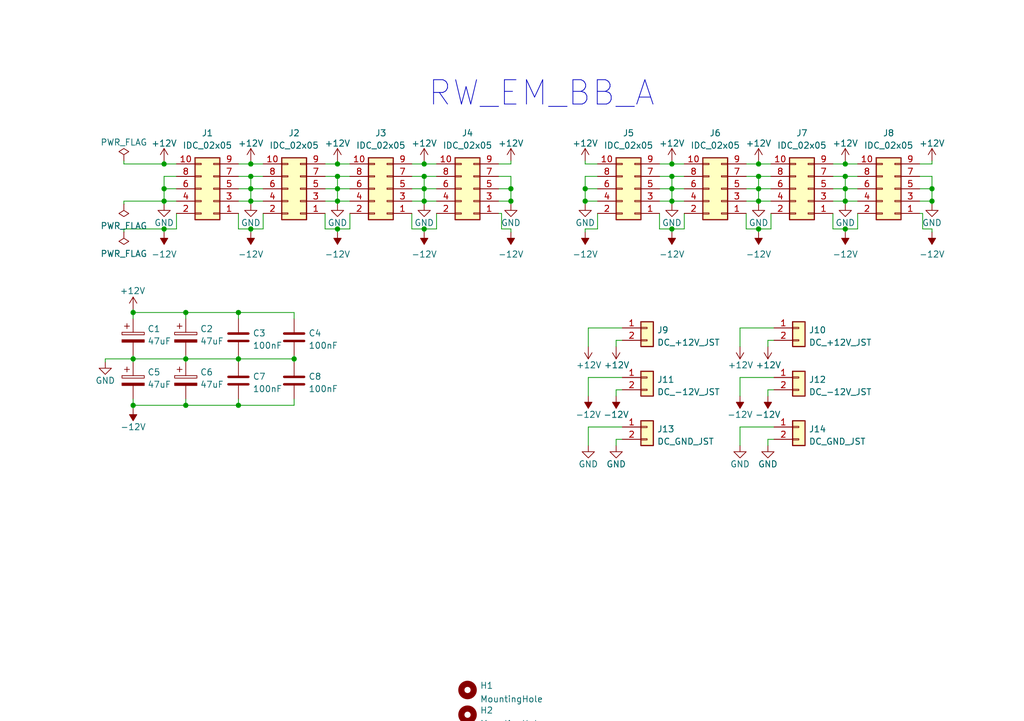
<source format=kicad_sch>
(kicad_sch (version 20211123) (generator eeschema)
  (paper "A5")
  (title_block (title "RW_EM_BB_A") (date "2022-10-24") (rev "REV 2022-10-24") (comment 1 "Licensed under CERN-OHL-S v2+") (comment 2 "https://github.com/sunfl0w/RW_EM"))
  (lib_symbols
    (symbol "Connector_Generic:Conn_01x02" (pin_names (offset 1.016) hide)
      (property "Reference" "J" (at 0 2.54 0))
      (property "Value" "Conn_01x02" (at 0 -5.08 0))
      (symbol "Conn_01x02_1_1"
        (rectangle (start -1.27 -2.413) (end 0 -2.667) (stroke (width 0.1524)))
        (rectangle (start -1.27 0.127) (end 0 -0.127) (stroke (width 0.1524)))
        (rectangle (start -1.27 1.27) (end 1.27 -3.81) (stroke (width 0.254)) (fill (type background)))
        (pin passive line (at -5.08 0 0) (length 3.81) (name "Pin_1") (number "1"))
        (pin passive line (at -5.08 -2.54 0) (length 3.81) (name "Pin_2") (number "2"))
      )
    )
    (symbol "Connector_Generic:Conn_02x05_Odd_Even" (pin_names (offset 1.016) hide)
      (property "Reference" "J" (at 1.27 7.62 0))
      (property "Value" "Conn_02x05_Odd_Even" (at 1.27 -7.62 0))
      (symbol "Conn_02x05_Odd_Even_1_1"
        (rectangle (start -1.27 -4.953) (end 0 -5.207) (stroke (width 0.1524)))
        (rectangle (start -1.27 -2.413) (end 0 -2.667) (stroke (width 0.1524)))
        (rectangle (start -1.27 0.127) (end 0 -0.127) (stroke (width 0.1524)))
        (rectangle (start -1.27 2.667) (end 0 2.413) (stroke (width 0.1524)))
        (rectangle (start -1.27 5.207) (end 0 4.953) (stroke (width 0.1524)))
        (rectangle (start -1.27 6.35) (end 3.81 -6.35) (stroke (width 0.254)) (fill (type background)))
        (rectangle (start 3.81 -4.953) (end 2.54 -5.207) (stroke (width 0.1524)))
        (rectangle (start 3.81 -2.413) (end 2.54 -2.667) (stroke (width 0.1524)))
        (rectangle (start 3.81 0.127) (end 2.54 -0.127) (stroke (width 0.1524)))
        (rectangle (start 3.81 2.667) (end 2.54 2.413) (stroke (width 0.1524)))
        (rectangle (start 3.81 5.207) (end 2.54 4.953) (stroke (width 0.1524)))
        (pin passive line (at -5.08 5.08 0) (length 3.81) (name "Pin_1") (number "1"))
        (pin passive line (at 7.62 -5.08 180) (length 3.81) (name "Pin_10") (number "10"))
        (pin passive line (at 7.62 5.08 180) (length 3.81) (name "Pin_2") (number "2"))
        (pin passive line (at -5.08 2.54 0) (length 3.81) (name "Pin_3") (number "3"))
        (pin passive line (at 7.62 2.54 180) (length 3.81) (name "Pin_4") (number "4"))
        (pin passive line (at -5.08 0 0) (length 3.81) (name "Pin_5") (number "5"))
        (pin passive line (at 7.62 0 180) (length 3.81) (name "Pin_6") (number "6"))
        (pin passive line (at -5.08 -2.54 0) (length 3.81) (name "Pin_7") (number "7"))
        (pin passive line (at 7.62 -2.54 180) (length 3.81) (name "Pin_8") (number "8"))
        (pin passive line (at -5.08 -5.08 0) (length 3.81) (name "Pin_9") (number "9"))
      )
    )
    (symbol "Device:C" (pin_numbers hide) (pin_names (offset 0.254))
      (property "Reference" "C" (at 0.635 2.54 0))
      (property "Value" "C" (at 0.635 -2.54 0))
      (symbol "C_0_1"
        (polyline (pts (xy -2.032 -0.762) (xy 2.032 -0.762)) (stroke (width 0.508)))
        (polyline (pts (xy -2.032 0.762) (xy 2.032 0.762)) (stroke (width 0.508)))
      )
      (symbol "C_1_1"
        (pin passive line (at 0 3.81 270) (length 2.794) (name "~") (number "1"))
        (pin passive line (at 0 -3.81 90) (length 2.794) (name "~") (number "2"))
      )
    )
    (symbol "Device:C_Polarized" (pin_numbers hide) (pin_names (offset 0.254))
      (property "Reference" "C" (at 0.635 2.54 0))
      (property "Value" "C_Polarized" (at 0.635 -2.54 0))
      (symbol "C_Polarized_0_1"
        (rectangle (start -2.286 0.508) (end 2.286 1.016))
        (polyline (pts (xy -1.778 2.286) (xy -0.762 2.286)))
        (polyline (pts (xy -1.27 2.794) (xy -1.27 1.778)))
        (rectangle (start 2.286 -0.508) (end -2.286 -1.016) (fill (type outline)))
      )
      (symbol "C_Polarized_1_1"
        (pin passive line (at 0 3.81 270) (length 2.794) (name "~") (number "1"))
        (pin passive line (at 0 -3.81 90) (length 2.794) (name "~") (number "2"))
      )
    )
    (symbol "Mechanical:MountingHole" (pin_names (offset 1.016))
      (property "Reference" "H" (at 0 5.08 0))
      (property "Value" "MountingHole" (at 0 3.175 0))
      (symbol "MountingHole_0_1"
        (circle (center 0 0) (radius 1.27) (stroke (width 1.27)))
      )
    )
    (symbol "power:+12V" (power) (pin_names (offset 0))
      (property "Value" "+12V" (at 0 3.556 0))
      (symbol "+12V_0_1"
        (polyline (pts (xy -0.762 1.27) (xy 0 2.54)))
        (polyline (pts (xy 0 0) (xy 0 2.54)))
        (polyline (pts (xy 0 2.54) (xy 0.762 1.27)))
      )
      (symbol "+12V_1_1"
        (pin power_in line (at 0 0 90) (length 0) hide (name "+12V") (number "1"))
      )
    )
    (symbol "power:-12V" (power) (pin_names (offset 0))
      (property "Value" "-12V" (at 0 3.81 0))
      (symbol "-12V_0_0"
        (pin power_in line (at 0 0 90) (length 0) hide (name "-12V") (number "1"))
      )
      (symbol "-12V_0_1"
        (polyline (pts (xy 0 0) (xy 0 1.27) (xy 0.762 1.27) (xy 0 2.54) (xy -0.762 1.27) (xy 0 1.27)) (fill (type outline)))
      )
    )
    (symbol "power:GND" (power) (pin_names (offset 0))
      (property "Value" "GND" (at 0 -3.81 0))
      (symbol "GND_0_1"
        (polyline (pts (xy 0 0) (xy 0 -1.27) (xy 1.27 -1.27) (xy 0 -2.54) (xy -1.27 -1.27) (xy 0 -1.27)))
      )
      (symbol "GND_1_1"
        (pin power_in line (at 0 0 270) (length 0) hide (name "GND") (number "1"))
      )
    )
    (symbol "power:PWR_FLAG" (power) (pin_numbers hide) (pin_names (offset 0) hide)
      (property "Value" "PWR_FLAG" (at 0 3.81 0))
      (symbol "PWR_FLAG_0_0"
        (pin power_out line (at 0 0 90) (length 0) (name "pwr") (number "1"))
      )
      (symbol "PWR_FLAG_0_1"
        (polyline (pts (xy 0 0) (xy 0 1.27) (xy -1.016 1.905) (xy 0 2.54) (xy 1.016 1.905) (xy 0 1.27)))
      )
    )
  )
  (junction (at 33.655 33.655))
  (junction (at 33.655 46.99))
  (junction (at 33.655 41.275))
  (junction (at 191.135 41.275))
  (junction (at 137.795 38.735))
  (junction (at 173.355 41.275))
  (junction (at 51.435 33.655))
  (junction (at 155.575 38.735))
  (junction (at 137.795 33.655))
  (junction (at 173.355 36.195))
  (junction (at 51.435 41.275))
  (junction (at 27.305 83.185))
  (junction (at 86.995 33.655))
  (junction (at 69.215 36.195))
  (junction (at 173.355 46.99))
  (junction (at 137.795 41.275))
  (junction (at 86.995 38.735))
  (junction (at 137.795 36.195))
  (junction (at 48.895 73.66))
  (junction (at 38.1 64.135))
  (junction (at 137.795 46.99))
  (junction (at 48.895 83.185))
  (junction (at 51.435 46.99))
  (junction (at 104.775 41.275))
  (junction (at 48.895 64.135))
  (junction (at 69.215 38.735))
  (junction (at 120.015 38.735))
  (junction (at 69.215 33.655))
  (junction (at 51.435 36.195))
  (junction (at 51.435 38.735))
  (junction (at 155.575 46.99))
  (junction (at 27.305 73.66))
  (junction (at 38.1 73.66))
  (junction (at 155.575 41.275))
  (junction (at 33.655 38.735))
  (junction (at 86.995 41.275))
  (junction (at 86.995 36.195))
  (junction (at 60.325 73.66))
  (junction (at 104.775 38.735))
  (junction (at 69.215 41.275))
  (junction (at 191.135 38.735))
  (junction (at 69.215 46.99))
  (junction (at 173.355 38.735))
  (junction (at 86.995 46.99))
  (junction (at 173.355 33.655))
  (junction (at 120.015 41.275))
  (junction (at 38.1 83.185))
  (junction (at 155.575 33.655))
  (junction (at 155.575 36.195))
  (junction (at 27.305 64.135))
  (wire (pts (xy 86.995 47.625) (xy 86.995 46.99)))
  (wire (pts (xy 60.325 73.66) (xy 60.325 73.025)))
  (wire (pts (xy 173.355 38.735) (xy 175.895 38.735)))
  (wire (pts (xy 102.235 41.275) (xy 104.775 41.275)))
  (wire (pts (xy 135.255 43.815) (xy 135.255 46.99)))
  (wire (pts (xy 60.325 73.66) (xy 60.325 74.295)))
  (wire (pts (xy 25.4 33.655) (xy 25.4 33.02)))
  (wire (pts (xy 86.995 38.735) (xy 89.535 38.735)))
  (wire (pts (xy 33.655 41.275) (xy 33.655 41.91)))
  (wire (pts (xy 155.575 38.735) (xy 155.575 41.275)))
  (wire (pts (xy 69.215 46.99) (xy 71.755 46.99)))
  (wire (pts (xy 191.135 38.735) (xy 188.595 38.735)))
  (wire (pts (xy 189.23 46.99) (xy 189.23 43.815)))
  (wire (pts (xy 135.255 33.655) (xy 137.795 33.655)))
  (wire (pts (xy 51.435 38.735) (xy 53.975 38.735)))
  (wire (pts (xy 51.435 41.275) (xy 53.975 41.275)))
  (wire (pts (xy 170.815 43.815) (xy 170.815 46.99)))
  (wire (pts (xy 33.655 33.655) (xy 25.4 33.655)))
  (wire (pts (xy 137.795 33.655) (xy 140.335 33.655)))
  (wire (pts (xy 66.675 43.815) (xy 66.675 46.99)))
  (wire (pts (xy 151.765 67.31) (xy 151.765 71.12)))
  (wire (pts (xy 38.1 65.405) (xy 38.1 64.135)))
  (wire (pts (xy 27.305 81.915) (xy 27.305 83.185)))
  (wire (pts (xy 140.335 46.99) (xy 140.335 43.815)))
  (wire (pts (xy 104.775 33.655) (xy 104.775 33.02)))
  (wire (pts (xy 120.015 33.655) (xy 122.555 33.655)))
  (wire (pts (xy 158.75 87.63) (xy 151.765 87.63)))
  (wire (pts (xy 151.765 77.47) (xy 151.765 81.28)))
  (wire (pts (xy 38.1 73.025) (xy 38.1 73.66)))
  (wire (pts (xy 122.555 43.815) (xy 122.555 46.99)))
  (wire (pts (xy 51.435 46.99) (xy 53.975 46.99)))
  (wire (pts (xy 36.195 36.195) (xy 33.655 36.195)))
  (wire (pts (xy 84.455 38.735) (xy 86.995 38.735)))
  (wire (pts (xy 48.895 43.815) (xy 48.895 46.99)))
  (wire (pts (xy 25.4 41.275) (xy 33.655 41.275)))
  (wire (pts (xy 137.795 46.99) (xy 140.335 46.99)))
  (wire (pts (xy 189.23 43.815) (xy 188.595 43.815)))
  (wire (pts (xy 66.675 38.735) (xy 69.215 38.735)))
  (wire (pts (xy 27.305 73.66) (xy 38.1 73.66)))
  (wire (pts (xy 69.215 47.625) (xy 69.215 46.99)))
  (wire (pts (xy 86.995 36.195) (xy 86.995 38.735)))
  (wire (pts (xy 27.305 83.185) (xy 38.1 83.185)))
  (wire (pts (xy 170.815 46.99) (xy 173.355 46.99)))
  (wire (pts (xy 151.765 87.63) (xy 151.765 91.44)))
  (wire (pts (xy 86.995 41.275) (xy 84.455 41.275)))
  (wire (pts (xy 25.4 46.99) (xy 25.4 47.625)))
  (wire (pts (xy 48.895 73.66) (xy 60.325 73.66)))
  (wire (pts (xy 104.775 47.625) (xy 104.775 46.99)))
  (wire (pts (xy 173.355 46.99) (xy 175.895 46.99)))
  (wire (pts (xy 127.635 77.47) (xy 120.65 77.47)))
  (wire (pts (xy 51.435 33.655) (xy 51.435 33.02)))
  (wire (pts (xy 137.795 38.735) (xy 137.795 36.195)))
  (wire (pts (xy 104.775 38.735) (xy 104.775 36.195)))
  (wire (pts (xy 84.455 36.195) (xy 86.995 36.195)))
  (wire (pts (xy 66.675 33.655) (xy 69.215 33.655)))
  (wire (pts (xy 158.75 80.01) (xy 157.48 80.01)))
  (wire (pts (xy 191.135 38.735) (xy 191.135 36.195)))
  (wire (pts (xy 173.355 47.625) (xy 173.355 46.99)))
  (wire (pts (xy 173.355 41.91) (xy 173.355 41.275)))
  (wire (pts (xy 155.575 47.625) (xy 155.575 46.99)))
  (wire (pts (xy 191.135 46.99) (xy 189.23 46.99)))
  (wire (pts (xy 173.355 41.275) (xy 175.895 41.275)))
  (wire (pts (xy 69.215 36.195) (xy 71.755 36.195)))
  (wire (pts (xy 135.255 36.195) (xy 137.795 36.195)))
  (wire (pts (xy 102.87 46.99) (xy 102.87 43.815)))
  (wire (pts (xy 188.595 41.275) (xy 191.135 41.275)))
  (wire (pts (xy 158.115 46.99) (xy 158.115 43.815)))
  (wire (pts (xy 69.215 38.735) (xy 69.215 41.275)))
  (wire (pts (xy 33.655 33.655) (xy 36.195 33.655)))
  (wire (pts (xy 188.595 33.655) (xy 191.135 33.655)))
  (wire (pts (xy 21.59 73.66) (xy 21.59 74.295)))
  (wire (pts (xy 86.995 33.655) (xy 84.455 33.655)))
  (wire (pts (xy 173.355 33.655) (xy 175.895 33.655)))
  (wire (pts (xy 173.355 33.02) (xy 173.355 33.655)))
  (wire (pts (xy 86.995 46.99) (xy 89.535 46.99)))
  (wire (pts (xy 137.795 33.655) (xy 137.795 33.02)))
  (wire (pts (xy 48.895 46.99) (xy 51.435 46.99)))
  (wire (pts (xy 48.895 41.275) (xy 51.435 41.275)))
  (wire (pts (xy 38.1 73.66) (xy 48.895 73.66)))
  (wire (pts (xy 33.655 41.275) (xy 36.195 41.275)))
  (wire (pts (xy 33.655 38.735) (xy 36.195 38.735)))
  (wire (pts (xy 153.035 38.735) (xy 155.575 38.735)))
  (wire (pts (xy 135.255 38.735) (xy 137.795 38.735)))
  (wire (pts (xy 69.215 33.655) (xy 69.215 33.02)))
  (wire (pts (xy 27.305 73.66) (xy 21.59 73.66)))
  (wire (pts (xy 137.795 38.735) (xy 140.335 38.735)))
  (wire (pts (xy 66.675 36.195) (xy 69.215 36.195)))
  (wire (pts (xy 51.435 33.655) (xy 53.975 33.655)))
  (wire (pts (xy 158.75 77.47) (xy 151.765 77.47)))
  (wire (pts (xy 51.435 41.275) (xy 51.435 38.735)))
  (wire (pts (xy 155.575 41.275) (xy 155.575 41.91)))
  (wire (pts (xy 155.575 33.655) (xy 155.575 33.02)))
  (wire (pts (xy 66.675 46.99) (xy 69.215 46.99)))
  (wire (pts (xy 137.795 36.195) (xy 140.335 36.195)))
  (wire (pts (xy 126.365 80.01) (xy 126.365 81.28)))
  (wire (pts (xy 153.035 36.195) (xy 155.575 36.195)))
  (wire (pts (xy 102.87 43.815) (xy 102.235 43.815)))
  (wire (pts (xy 158.75 90.17) (xy 157.48 90.17)))
  (wire (pts (xy 120.015 38.735) (xy 120.015 41.275)))
  (wire (pts (xy 86.995 41.275) (xy 86.995 38.735)))
  (wire (pts (xy 69.215 41.275) (xy 69.215 41.91)))
  (wire (pts (xy 38.1 81.915) (xy 38.1 83.185)))
  (wire (pts (xy 33.655 47.625) (xy 33.655 46.99)))
  (wire (pts (xy 71.755 46.99) (xy 71.755 43.815)))
  (wire (pts (xy 153.035 33.655) (xy 155.575 33.655)))
  (wire (pts (xy 127.635 87.63) (xy 120.65 87.63)))
  (wire (pts (xy 126.365 69.85) (xy 126.365 71.12)))
  (wire (pts (xy 38.1 73.66) (xy 38.1 74.295)))
  (wire (pts (xy 66.675 41.275) (xy 69.215 41.275)))
  (wire (pts (xy 122.555 36.195) (xy 120.015 36.195)))
  (wire (pts (xy 120.015 36.195) (xy 120.015 38.735)))
  (wire (pts (xy 127.635 80.01) (xy 126.365 80.01)))
  (wire (pts (xy 120.65 67.31) (xy 120.65 71.12)))
  (wire (pts (xy 173.355 36.195) (xy 173.355 38.735)))
  (wire (pts (xy 48.895 83.185) (xy 48.895 81.915)))
  (wire (pts (xy 51.435 46.99) (xy 51.435 47.625)))
  (wire (pts (xy 137.795 46.99) (xy 137.795 47.625)))
  (wire (pts (xy 89.535 46.99) (xy 89.535 43.815)))
  (wire (pts (xy 158.115 33.655) (xy 155.575 33.655)))
  (wire (pts (xy 25.4 41.91) (xy 25.4 41.275)))
  (wire (pts (xy 170.815 38.735) (xy 173.355 38.735)))
  (wire (pts (xy 153.035 46.99) (xy 155.575 46.99)))
  (wire (pts (xy 89.535 36.195) (xy 86.995 36.195)))
  (wire (pts (xy 48.895 73.025) (xy 48.895 73.66)))
  (wire (pts (xy 191.135 47.625) (xy 191.135 46.99)))
  (wire (pts (xy 173.355 33.655) (xy 170.815 33.655)))
  (wire (pts (xy 127.635 69.85) (xy 126.365 69.85)))
  (wire (pts (xy 48.895 73.66) (xy 48.895 74.295)))
  (wire (pts (xy 126.365 90.17) (xy 126.365 91.44)))
  (wire (pts (xy 120.015 38.735) (xy 122.555 38.735)))
  (wire (pts (xy 104.775 41.275) (xy 104.775 41.91)))
  (wire (pts (xy 155.575 46.99) (xy 158.115 46.99)))
  (wire (pts (xy 27.305 63.5) (xy 27.305 64.135)))
  (wire (pts (xy 69.215 41.275) (xy 71.755 41.275)))
  (wire (pts (xy 104.775 38.735) (xy 102.235 38.735)))
  (wire (pts (xy 175.895 46.99) (xy 175.895 43.815)))
  (wire (pts (xy 69.215 38.735) (xy 71.755 38.735)))
  (wire (pts (xy 120.015 47.625) (xy 120.015 46.99)))
  (wire (pts (xy 153.035 43.815) (xy 153.035 46.99)))
  (wire (pts (xy 173.355 41.275) (xy 173.355 38.735)))
  (wire (pts (xy 157.48 69.85) (xy 157.48 71.12)))
  (wire (pts (xy 27.305 65.405) (xy 27.305 64.135)))
  (wire (pts (xy 27.305 73.025) (xy 27.305 73.66)))
  (wire (pts (xy 27.305 73.66) (xy 27.305 74.295)))
  (wire (pts (xy 137.795 41.275) (xy 137.795 38.735)))
  (wire (pts (xy 158.75 67.31) (xy 151.765 67.31)))
  (wire (pts (xy 33.655 38.735) (xy 33.655 41.275)))
  (wire (pts (xy 120.65 77.47) (xy 120.65 81.28)))
  (wire (pts (xy 104.775 46.99) (xy 102.87 46.99)))
  (wire (pts (xy 48.895 36.195) (xy 51.435 36.195)))
  (wire (pts (xy 86.995 41.91) (xy 86.995 41.275)))
  (wire (pts (xy 38.1 83.185) (xy 48.895 83.185)))
  (wire (pts (xy 137.795 41.91) (xy 137.795 41.275)))
  (wire (pts (xy 48.895 83.185) (xy 60.325 83.185)))
  (wire (pts (xy 69.215 36.195) (xy 69.215 38.735)))
  (wire (pts (xy 38.1 64.135) (xy 48.895 64.135)))
  (wire (pts (xy 51.435 36.195) (xy 53.975 36.195)))
  (wire (pts (xy 175.895 36.195) (xy 173.355 36.195)))
  (wire (pts (xy 53.975 46.99) (xy 53.975 43.815)))
  (wire (pts (xy 71.755 33.655) (xy 69.215 33.655)))
  (wire (pts (xy 84.455 46.99) (xy 86.995 46.99)))
  (wire (pts (xy 33.655 36.195) (xy 33.655 38.735)))
  (wire (pts (xy 155.575 41.275) (xy 158.115 41.275)))
  (wire (pts (xy 102.235 33.655) (xy 104.775 33.655)))
  (wire (pts (xy 51.435 38.735) (xy 51.435 36.195)))
  (wire (pts (xy 120.015 33.02) (xy 120.015 33.655)))
  (wire (pts (xy 158.75 69.85) (xy 157.48 69.85)))
  (wire (pts (xy 60.325 81.915) (xy 60.325 83.185)))
  (wire (pts (xy 157.48 90.17) (xy 157.48 91.44)))
  (wire (pts (xy 86.995 33.02) (xy 86.995 33.655)))
  (wire (pts (xy 104.775 36.195) (xy 102.235 36.195)))
  (wire (pts (xy 155.575 36.195) (xy 158.115 36.195)))
  (wire (pts (xy 48.895 65.405) (xy 48.895 64.135)))
  (wire (pts (xy 33.655 46.99) (xy 25.4 46.99)))
  (wire (pts (xy 104.775 38.735) (xy 104.775 41.275)))
  (wire (pts (xy 191.135 33.655) (xy 191.135 33.02)))
  (wire (pts (xy 157.48 80.01) (xy 157.48 81.28)))
  (wire (pts (xy 48.895 33.655) (xy 51.435 33.655)))
  (wire (pts (xy 170.815 36.195) (xy 173.355 36.195)))
  (wire (pts (xy 127.635 67.31) (xy 120.65 67.31)))
  (wire (pts (xy 191.135 38.735) (xy 191.135 41.275)))
  (wire (pts (xy 27.305 64.135) (xy 38.1 64.135)))
  (wire (pts (xy 191.135 36.195) (xy 188.595 36.195)))
  (wire (pts (xy 48.895 64.135) (xy 60.325 64.135)))
  (wire (pts (xy 36.195 43.815) (xy 36.195 46.99)))
  (wire (pts (xy 155.575 36.195) (xy 155.575 38.735)))
  (wire (pts (xy 86.995 33.655) (xy 89.535 33.655)))
  (wire (pts (xy 27.305 83.185) (xy 27.305 83.82)))
  (wire (pts (xy 155.575 38.735) (xy 158.115 38.735)))
  (wire (pts (xy 120.015 41.275) (xy 120.015 41.91)))
  (wire (pts (xy 48.895 38.735) (xy 51.435 38.735)))
  (wire (pts (xy 33.655 46.99) (xy 36.195 46.99)))
  (wire (pts (xy 33.655 33.02) (xy 33.655 33.655)))
  (wire (pts (xy 86.995 41.275) (xy 89.535 41.275)))
  (wire (pts (xy 60.325 64.135) (xy 60.325 65.405)))
  (wire (pts (xy 120.015 46.99) (xy 122.555 46.99)))
  (wire (pts (xy 173.355 41.275) (xy 170.815 41.275)))
  (wire (pts (xy 135.255 46.99) (xy 137.795 46.99)))
  (wire (pts (xy 127.635 90.17) (xy 126.365 90.17)))
  (wire (pts (xy 84.455 43.815) (xy 84.455 46.99)))
  (wire (pts (xy 120.015 41.275) (xy 122.555 41.275)))
  (wire (pts (xy 51.435 41.91) (xy 51.435 41.275)))
  (wire (pts (xy 120.65 87.63) (xy 120.65 91.44)))
  (wire (pts (xy 153.035 41.275) (xy 155.575 41.275)))
  (wire (pts (xy 191.135 41.275) (xy 191.135 41.91)))
  (wire (pts (xy 135.255 41.275) (xy 137.795 41.275)))
  (wire (pts (xy 137.795 41.275) (xy 140.335 41.275)))
  (text "RW_EM_BB_A" (at 87.63 22.225 0) (effects (font (size 5 5)) (justify left bottom)))
  (symbol (lib_id "power:+12V") (at 120.015 33.02 0) (unit 1)
    (property "Reference" "#PWR06" (effects hide))
    (property "Value" "+12V" (at 120.015 29.4155 0))
  )
  (symbol (lib_id "power:GND") (at 104.775 41.91 0) (unit 1)
    (property "Reference" "#PWR015" (effects hide))
    (property "Value" "GND" (at 104.775 45.72 0))
  )
  (symbol (lib_id "power:+12V") (at 157.48 71.12 180) (unit 1)
    (property "Reference" "#PWR034" (effects hide))
    (property "Value" "+12V" (at 154.94 74.93 0) (effects (justify right)))
  )
  (symbol (lib_id "Connector_Generic:Conn_01x02") (at 132.715 77.47 0) (unit 1)
    (property "Reference" "J11" (at 134.747 77.9053 0) (effects (justify left)))
    (property "Value" "DC_-12V_JST" (at 134.747 80.4422 0) (effects (justify left)))
    (property "Footprint" "Connector_JST:JST_XH_B2B-XH-A_1x02_P2.50mm_Vertical" (effects hide))
  )
  (symbol (lib_id "Connector_Generic:Conn_01x02") (at 163.83 77.47 0) (unit 1)
    (property "Reference" "J12" (at 165.862 77.9053 0) (effects (justify left)))
    (property "Value" "DC_-12V_JST" (at 165.862 80.4422 0) (effects (justify left)))
    (property "Footprint" "Connector_JST:JST_XH_B2B-XH-A_1x02_P2.50mm_Vertical" (effects hide))
  )
  (symbol (lib_id "power:-12V") (at 69.215 47.625 180) (unit 1)
    (property "Reference" "#PWR023" (effects hide))
    (property "Value" "-12V" (at 69.215 52.1875 0))
  )
  (symbol (lib_id "power:PWR_FLAG") (at 25.4 47.625 180) (unit 1)
    (property "Reference" "#FLG03" (effects hide))
    (property "Value" "PWR_FLAG" (at 25.4 52.07 0))
  )
  (symbol (lib_id "Connector_Generic:Conn_02x05_Odd_Even") (at 147.955 38.735 180) (unit 1)
    (property "Reference" "J6" (at 146.685 27.305 0))
    (property "Value" "IDC_02x05" (at 146.685 29.845 0))
    (property "Footprint" "Connector_IDC:IDC-Header_2x05_P2.54mm_Vertical" (effects hide))
  )
  (symbol (lib_id "power:-12V") (at 155.575 47.625 180) (unit 1)
    (property "Reference" "#PWR028" (effects hide))
    (property "Value" "-12V" (at 155.575 52.1875 0))
  )
  (symbol (lib_id "power:-12V") (at 173.355 47.625 180) (unit 1)
    (property "Reference" "#PWR029" (effects hide))
    (property "Value" "-12V" (at 173.355 52.1875 0))
  )
  (symbol (lib_id "power:+12V") (at 120.65 71.12 180) (unit 1)
    (property "Reference" "#PWR031" (effects hide))
    (property "Value" "+12V" (at 118.11 74.93 0) (effects (justify right)))
  )
  (symbol (lib_id "power:-12V") (at 27.305 83.82 180) (unit 1)
    (property "Reference" "#PWR0102" (effects hide))
    (property "Value" "-12V" (at 27.305 87.63 0))
  )
  (symbol (lib_id "Connector_Generic:Conn_02x05_Odd_Even") (at 61.595 38.735 180) (unit 1)
    (property "Reference" "J2" (at 60.325 27.305 0))
    (property "Value" "IDC_02x05" (at 60.325 29.845 0))
    (property "Footprint" "Connector_IDC:IDC-Header_2x05_P2.54mm_Vertical" (effects hide))
  )
  (symbol (lib_id "power:PWR_FLAG") (at 25.4 41.91 180) (unit 1)
    (property "Reference" "#FLG02" (effects hide))
    (property "Value" "PWR_FLAG" (at 25.4 46.355 0))
  )
  (symbol (lib_id "Mechanical:MountingHole") (at 95.885 146.685 0) (unit 1)
    (property "Reference" "H2" (at 98.425 145.7765 0) (effects (justify left)))
    (property "Value" "MountingHole" (at 98.425 148.5516 0) (effects (justify left)))
    (property "Footprint" "MountingHole:MountingHole_3.2mm_M3" (effects hide))
  )
  (symbol (lib_id "Connector_Generic:Conn_02x05_Odd_Even") (at 79.375 38.735 180) (unit 1)
    (property "Reference" "J3" (at 78.105 27.305 0))
    (property "Value" "IDC_02x05" (at 78.105 29.845 0))
    (property "Footprint" "Connector_IDC:IDC-Header_2x05_P2.54mm_Vertical" (effects hide))
  )
  (symbol (lib_id "Device:C") (at 48.895 69.215 0) (unit 1)
    (property "Reference" "C3" (at 51.816 68.3803 0) (effects (justify left)))
    (property "Value" "100nF" (at 51.816 70.9172 0) (effects (justify left)))
    (property "Footprint" "Capacitor_THT:C_Disc_D5.0mm_W2.5mm_P5.00mm" (effects hide))
  )
  (symbol (lib_id "power:-12V") (at 120.015 47.625 180) (unit 1)
    (property "Reference" "#PWR026" (effects hide))
    (property "Value" "-12V" (at 120.015 52.1875 0))
  )
  (symbol (lib_id "Mechanical:MountingHole") (at 95.885 156.845 0) (unit 1)
    (property "Reference" "H4" (at 98.425 155.9365 0) (effects (justify left)))
    (property "Value" "MountingHole" (at 98.425 158.7116 0) (effects (justify left)))
    (property "Footprint" "MountingHole:MountingHole_3.2mm_M3" (effects hide))
  )
  (symbol (lib_id "power:-12V") (at 51.435 47.625 180) (unit 1)
    (property "Reference" "#PWR022" (effects hide))
    (property "Value" "-12V" (at 51.435 52.1875 0))
  )
  (symbol (lib_id "power:GND") (at 51.435 41.91 0) (unit 1)
    (property "Reference" "#PWR012" (effects hide))
    (property "Value" "GND" (at 51.435 45.72 0))
  )
  (symbol (lib_id "power:+12V") (at 33.655 33.02 0) (unit 1)
    (property "Reference" "#PWR01" (effects hide))
    (property "Value" "+12V" (at 33.655 29.4155 0))
  )
  (symbol (lib_id "power:-12V") (at 33.655 47.625 180) (unit 1)
    (property "Reference" "#PWR021" (effects hide))
    (property "Value" "-12V" (at 33.655 52.1875 0))
  )
  (symbol (lib_id "power:+12V") (at 51.435 33.02 0) (unit 1)
    (property "Reference" "#PWR02" (effects hide))
    (property "Value" "+12V" (at 51.435 29.4155 0))
  )
  (symbol (lib_id "power:-12V") (at 86.995 47.625 180) (unit 1)
    (property "Reference" "#PWR024" (effects hide))
    (property "Value" "-12V" (at 86.995 52.1875 0))
  )
  (symbol (lib_id "Connector_Generic:Conn_02x05_Odd_Even") (at 130.175 38.735 180) (unit 1)
    (property "Reference" "J5" (at 128.905 27.305 0))
    (property "Value" "IDC_02x05" (at 128.905 29.845 0))
    (property "Footprint" "Connector_IDC:IDC-Header_2x05_P2.54mm_Vertical" (effects hide))
  )
  (symbol (lib_id "Connector_Generic:Conn_02x05_Odd_Even") (at 165.735 38.735 180) (unit 1)
    (property "Reference" "J7" (at 164.465 27.305 0))
    (property "Value" "IDC_02x05" (at 164.465 29.845 0))
    (property "Footprint" "Connector_IDC:IDC-Header_2x05_P2.54mm_Vertical" (effects hide))
  )
  (symbol (lib_id "Mechanical:MountingHole") (at 95.885 151.765 0) (unit 1)
    (property "Reference" "H3" (at 98.425 150.8565 0) (effects (justify left)))
    (property "Value" "MountingHole" (at 98.425 153.6316 0) (effects (justify left)))
    (property "Footprint" "MountingHole:MountingHole_3.2mm_M3" (effects hide))
  )
  (symbol (lib_id "Connector_Generic:Conn_01x02") (at 163.83 67.31 0) (unit 1)
    (property "Reference" "J10" (at 165.862 67.7453 0) (effects (justify left)))
    (property "Value" "DC_+12V_JST" (at 165.862 70.2822 0) (effects (justify left)))
    (property "Footprint" "Connector_JST:JST_XH_B2B-XH-A_1x02_P2.50mm_Vertical" (effects hide))
  )
  (symbol (lib_id "power:+12V") (at 137.795 33.02 0) (unit 1)
    (property "Reference" "#PWR07" (effects hide))
    (property "Value" "+12V" (at 137.795 29.4155 0))
  )
  (symbol (lib_id "Device:C") (at 60.325 78.105 0) (unit 1)
    (property "Reference" "C8" (at 63.246 77.2703 0) (effects (justify left)))
    (property "Value" "100nF" (at 63.246 79.8072 0) (effects (justify left)))
    (property "Footprint" "Capacitor_THT:C_Disc_D5.0mm_W2.5mm_P5.00mm" (effects hide))
  )
  (symbol (lib_id "Connector_Generic:Conn_01x02") (at 132.715 67.31 0) (unit 1)
    (property "Reference" "J9" (at 134.747 67.7453 0) (effects (justify left)))
    (property "Value" "DC_+12V_JST" (at 134.747 70.2822 0) (effects (justify left)))
    (property "Footprint" "Connector_JST:JST_XH_B2B-XH-A_1x02_P2.50mm_Vertical" (effects hide))
  )
  (symbol (lib_id "power:GND") (at 33.655 41.91 0) (unit 1)
    (property "Reference" "#PWR011" (effects hide))
    (property "Value" "GND" (at 33.655 45.72 0))
  )
  (symbol (lib_id "Device:C") (at 60.325 69.215 0) (unit 1)
    (property "Reference" "C4" (at 63.246 68.3803 0) (effects (justify left)))
    (property "Value" "100nF" (at 63.246 70.9172 0) (effects (justify left)))
    (property "Footprint" "Capacitor_THT:C_Disc_D5.0mm_W2.5mm_P5.00mm" (effects hide))
  )
  (symbol (lib_id "power:GND") (at 157.48 91.44 0) (unit 1)
    (property "Reference" "#PWR042" (effects hide))
    (property "Value" "GND" (at 157.48 95.25 0))
  )
  (symbol (lib_id "power:GND") (at 126.365 91.44 0) (unit 1)
    (property "Reference" "#PWR040" (effects hide))
    (property "Value" "GND" (at 126.365 95.25 0))
  )
  (symbol (lib_id "power:+12V") (at 86.995 33.02 0) (unit 1)
    (property "Reference" "#PWR04" (effects hide))
    (property "Value" "+12V" (at 86.995 29.4155 0))
  )
  (symbol (lib_id "power:GND") (at 86.995 41.91 0) (unit 1)
    (property "Reference" "#PWR014" (effects hide))
    (property "Value" "GND" (at 86.995 45.72 0))
  )
  (symbol (lib_id "power:GND") (at 173.355 41.91 0) (unit 1)
    (property "Reference" "#PWR019" (effects hide))
    (property "Value" "GND" (at 173.355 45.72 0))
  )
  (symbol (lib_id "power:+12V") (at 151.765 71.12 180) (unit 1)
    (property "Reference" "#PWR033" (effects hide))
    (property "Value" "+12V" (at 149.225 74.93 0) (effects (justify right)))
  )
  (symbol (lib_id "Device:C_Polarized") (at 27.305 78.105 0) (unit 1)
    (property "Reference" "C5" (at 30.226 76.3813 0) (effects (justify left)))
    (property "Value" "47uF" (at 30.226 78.9182 0) (effects (justify left)))
    (property "Footprint" "Capacitor_THT:CP_Radial_D5.0mm_P2.00mm" (effects hide))
  )
  (symbol (lib_id "power:-12V") (at 157.48 81.28 180) (unit 1)
    (property "Reference" "#PWR038" (effects hide))
    (property "Value" "-12V" (at 157.48 85.09 0))
  )
  (symbol (lib_id "Connector_Generic:Conn_02x05_Odd_Even") (at 183.515 38.735 180) (unit 1)
    (property "Reference" "J8" (at 182.245 27.305 0))
    (property "Value" "IDC_02x05" (at 182.245 29.845 0))
    (property "Footprint" "Connector_IDC:IDC-Header_2x05_P2.54mm_Vertical" (effects hide))
  )
  (symbol (lib_id "power:GND") (at 155.575 41.91 0) (unit 1)
    (property "Reference" "#PWR018" (effects hide))
    (property "Value" "GND" (at 155.575 45.72 0))
  )
  (symbol (lib_id "Connector_Generic:Conn_02x05_Odd_Even") (at 43.815 38.735 180) (unit 1)
    (property "Reference" "J1" (at 42.545 27.305 0))
    (property "Value" "IDC_02x05" (at 42.545 29.845 0))
    (property "Footprint" "Connector_IDC:IDC-Header_2x05_P2.54mm_Vertical" (effects hide))
  )
  (symbol (lib_id "power:+12V") (at 173.355 33.02 0) (unit 1)
    (property "Reference" "#PWR09" (effects hide))
    (property "Value" "+12V" (at 173.355 29.4155 0))
  )
  (symbol (lib_id "power:GND") (at 120.65 91.44 0) (unit 1)
    (property "Reference" "#PWR039" (effects hide))
    (property "Value" "GND" (at 120.65 95.25 0))
  )
  (symbol (lib_id "power:GND") (at 21.59 74.295 0) (unit 1)
    (property "Reference" "#PWR0101" (effects hide))
    (property "Value" "GND" (at 21.59 78.105 0))
  )
  (symbol (lib_id "Device:C_Polarized") (at 27.305 69.215 0) (unit 1)
    (property "Reference" "C1" (at 30.226 67.4913 0) (effects (justify left)))
    (property "Value" "47uF" (at 30.226 70.0282 0) (effects (justify left)))
    (property "Footprint" "Capacitor_THT:CP_Radial_D5.0mm_P2.00mm" (effects hide))
  )
  (symbol (lib_id "power:GND") (at 120.015 41.91 0) (unit 1)
    (property "Reference" "#PWR016" (effects hide))
    (property "Value" "GND" (at 120.015 45.72 0))
  )
  (symbol (lib_id "Device:C") (at 48.895 78.105 0) (unit 1)
    (property "Reference" "C7" (at 51.816 77.2703 0) (effects (justify left)))
    (property "Value" "100nF" (at 51.816 79.8072 0) (effects (justify left)))
    (property "Footprint" "Capacitor_THT:C_Disc_D5.0mm_W2.5mm_P5.00mm" (effects hide))
  )
  (symbol (lib_id "power:+12V") (at 191.135 33.02 0) (unit 1)
    (property "Reference" "#PWR010" (effects hide))
    (property "Value" "+12V" (at 191.135 29.4155 0))
  )
  (symbol (lib_id "power:-12V") (at 137.795 47.625 180) (unit 1)
    (property "Reference" "#PWR027" (effects hide))
    (property "Value" "-12V" (at 137.795 52.1875 0))
  )
  (symbol (lib_id "power:GND") (at 137.795 41.91 0) (unit 1)
    (property "Reference" "#PWR017" (effects hide))
    (property "Value" "GND" (at 137.795 45.72 0))
  )
  (symbol (lib_id "power:-12V") (at 104.775 47.625 180) (unit 1)
    (property "Reference" "#PWR025" (effects hide))
    (property "Value" "-12V" (at 104.775 52.1875 0))
  )
  (symbol (lib_id "Mechanical:MountingHole") (at 95.885 141.605 0) (unit 1)
    (property "Reference" "H1" (at 98.425 140.6965 0) (effects (justify left)))
    (property "Value" "MountingHole" (at 98.425 143.4716 0) (effects (justify left)))
    (property "Footprint" "MountingHole:MountingHole_3.2mm_M3" (effects hide))
  )
  (symbol (lib_id "Connector_Generic:Conn_02x05_Odd_Even") (at 97.155 38.735 180) (unit 1)
    (property "Reference" "J4" (at 95.885 27.305 0))
    (property "Value" "IDC_02x05" (at 95.885 29.845 0))
    (property "Footprint" "Connector_IDC:IDC-Header_2x05_P2.54mm_Vertical" (effects hide))
  )
  (symbol (lib_id "power:PWR_FLAG") (at 25.4 33.02 0) (unit 1)
    (property "Reference" "#FLG01" (effects hide))
    (property "Value" "PWR_FLAG" (at 25.4 29.21 0))
  )
  (symbol (lib_id "Connector_Generic:Conn_01x02") (at 132.715 87.63 0) (unit 1)
    (property "Reference" "J13" (at 134.747 88.0653 0) (effects (justify left)))
    (property "Value" "DC_GND_JST" (at 134.747 90.6022 0) (effects (justify left)))
    (property "Footprint" "Connector_JST:JST_XH_B2B-XH-A_1x02_P2.50mm_Vertical" (effects hide))
  )
  (symbol (lib_id "power:+12V") (at 69.215 33.02 0) (unit 1)
    (property "Reference" "#PWR03" (effects hide))
    (property "Value" "+12V" (at 69.215 29.4155 0))
  )
  (symbol (lib_id "power:-12V") (at 126.365 81.28 180) (unit 1)
    (property "Reference" "#PWR036" (effects hide))
    (property "Value" "-12V" (at 126.365 85.09 0))
  )
  (symbol (lib_id "power:+12V") (at 155.575 33.02 0) (unit 1)
    (property "Reference" "#PWR08" (effects hide))
    (property "Value" "+12V" (at 155.575 29.4155 0))
  )
  (symbol (lib_id "power:+12V") (at 104.775 33.02 0) (unit 1)
    (property "Reference" "#PWR05" (effects hide))
    (property "Value" "+12V" (at 104.775 29.4155 0))
  )
  (symbol (lib_id "power:+12V") (at 126.365 71.12 180) (unit 1)
    (property "Reference" "#PWR032" (effects hide))
    (property "Value" "+12V" (at 123.825 74.93 0) (effects (justify right)))
  )
  (symbol (lib_id "power:-12V") (at 191.135 47.625 180) (unit 1)
    (property "Reference" "#PWR030" (effects hide))
    (property "Value" "-12V" (at 191.135 52.1875 0))
  )
  (symbol (lib_id "Connector_Generic:Conn_01x02") (at 163.83 87.63 0) (unit 1)
    (property "Reference" "J14" (at 165.862 88.0653 0) (effects (justify left)))
    (property "Value" "DC_GND_JST" (at 165.862 90.6022 0) (effects (justify left)))
    (property "Footprint" "Connector_JST:JST_XH_B2B-XH-A_1x02_P2.50mm_Vertical" (effects hide))
  )
  (symbol (lib_id "power:GND") (at 191.135 41.91 0) (unit 1)
    (property "Reference" "#PWR020" (effects hide))
    (property "Value" "GND" (at 191.135 45.72 0))
  )
  (symbol (lib_id "power:GND") (at 69.215 41.91 0) (unit 1)
    (property "Reference" "#PWR013" (effects hide))
    (property "Value" "GND" (at 69.215 45.72 0))
  )
  (symbol (lib_id "power:+12V") (at 27.305 63.5 0) (unit 1)
    (property "Reference" "#PWR0103" (effects hide))
    (property "Value" "+12V" (at 29.845 59.69 0) (effects (justify right)))
  )
  (symbol (lib_id "power:GND") (at 151.765 91.44 0) (unit 1)
    (property "Reference" "#PWR041" (effects hide))
    (property "Value" "GND" (at 151.765 95.25 0))
  )
  (symbol (lib_id "power:-12V") (at 120.65 81.28 180) (unit 1)
    (property "Reference" "#PWR035" (effects hide))
    (property "Value" "-12V" (at 120.65 85.09 0))
  )
  (symbol (lib_id "power:-12V") (at 151.765 81.28 180) (unit 1)
    (property "Reference" "#PWR037" (effects hide))
    (property "Value" "-12V" (at 151.765 85.09 0))
  )
  (symbol (lib_id "Device:C_Polarized") (at 38.1 78.105 0) (unit 1)
    (property "Reference" "C6" (at 41.021 76.3813 0) (effects (justify left)))
    (property "Value" "47uF" (at 41.021 78.9182 0) (effects (justify left)))
    (property "Footprint" "Capacitor_THT:CP_Radial_D5.0mm_P2.00mm" (effects hide))
  )
  (symbol (lib_id "Device:C_Polarized") (at 38.1 69.215 0) (unit 1)
    (property "Reference" "C2" (at 41.021 67.4913 0) (effects (justify left)))
    (property "Value" "47uF" (at 41.021 70.0282 0) (effects (justify left)))
    (property "Footprint" "Capacitor_THT:CP_Radial_D5.0mm_P2.00mm" (effects hide))
  )
)
</source>
